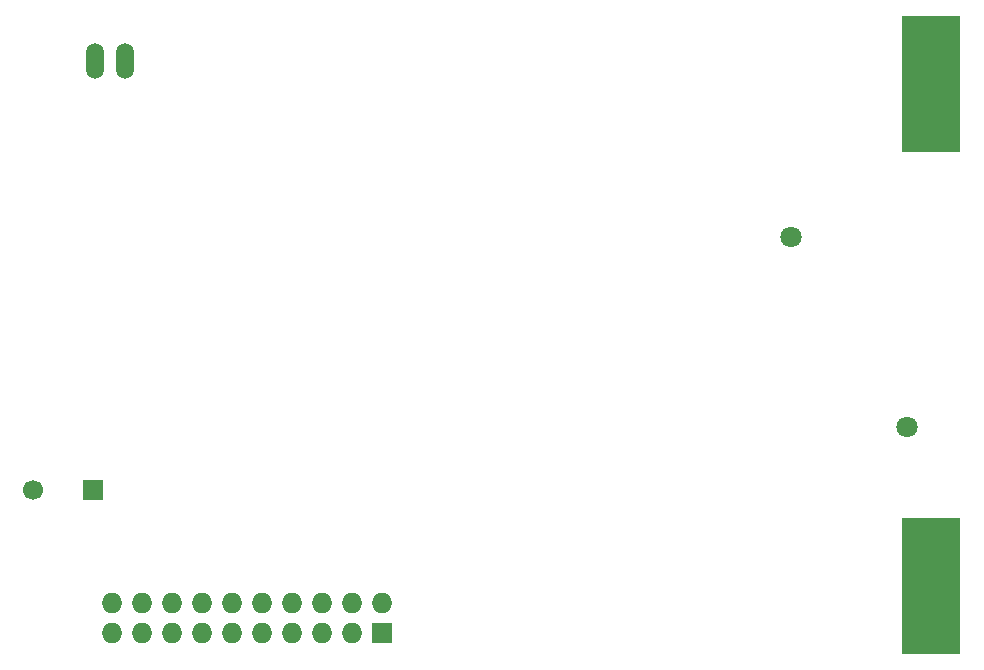
<source format=gbs>
G04 #@! TF.FileFunction,Soldermask,Bot*
%FSLAX46Y46*%
G04 Gerber Fmt 4.6, Leading zero omitted, Abs format (unit mm)*
G04 Created by KiCad (PCBNEW 4.0.0-rc1-stable) date 10/1/2015 4:54:29 PM*
%MOMM*%
G01*
G04 APERTURE LIST*
%ADD10C,0.100000*%
%ADD11R,1.727200X1.727200*%
%ADD12O,1.727200X1.727200*%
%ADD13O,1.506220X3.014980*%
%ADD14R,5.000000X11.500000*%
%ADD15C,1.800000*%
%ADD16C,1.700000*%
%ADD17R,1.700000X1.700000*%
G04 APERTURE END LIST*
D10*
D11*
X149500000Y-135500000D03*
D12*
X149500000Y-132960000D03*
X146960000Y-135500000D03*
X146960000Y-132960000D03*
X144420000Y-135500000D03*
X144420000Y-132960000D03*
X141880000Y-135500000D03*
X141880000Y-132960000D03*
X139340000Y-135500000D03*
X139340000Y-132960000D03*
X136800000Y-135500000D03*
X136800000Y-132960000D03*
X134260000Y-135500000D03*
X134260000Y-132960000D03*
X131720000Y-135500000D03*
X131720000Y-132960000D03*
X129180000Y-135500000D03*
X129180000Y-132960000D03*
X126640000Y-135500000D03*
X126640000Y-132960000D03*
D13*
X127770000Y-87000000D03*
X125230000Y-87000000D03*
D14*
X196000000Y-131500000D03*
X196000000Y-89000000D03*
D15*
X193970000Y-117990000D03*
X184170000Y-101940000D03*
D16*
X120000000Y-123400000D03*
D17*
X125000000Y-123400000D03*
M02*

</source>
